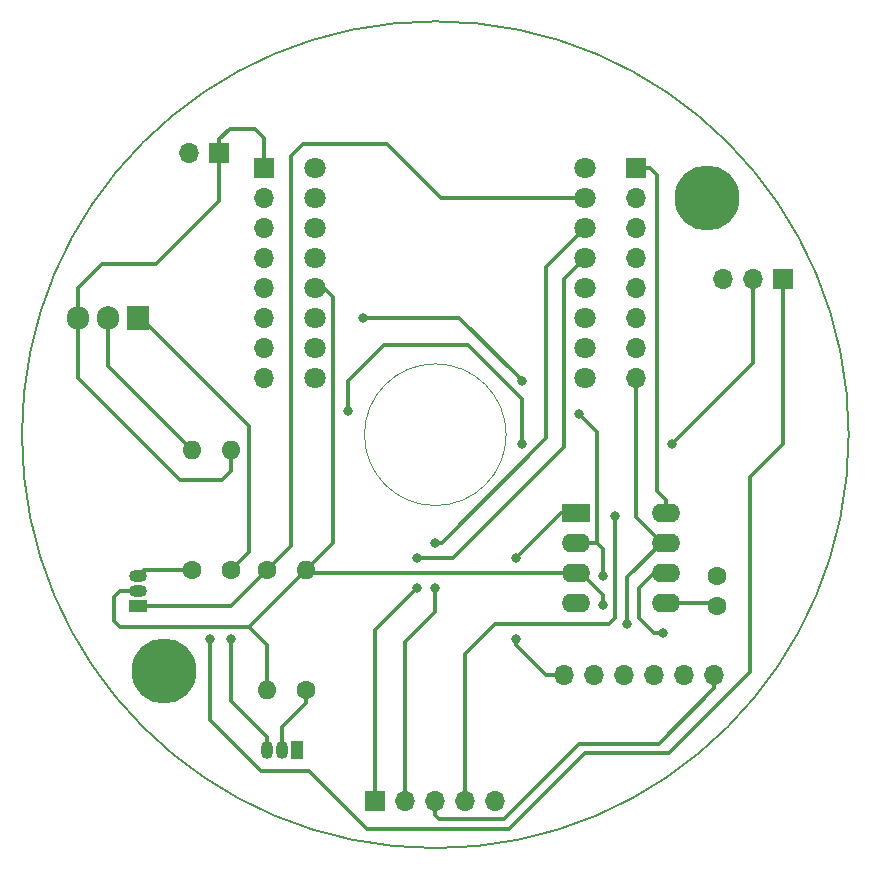
<source format=gtl>
%TF.GenerationSoftware,KiCad,Pcbnew,(5.0.1)-3*%
%TF.CreationDate,2019-01-30T15:27:52+01:00*%
%TF.ProjectId,CastVolumeKnob,43617374566F6C756D654B6E6F622E6B,rev?*%
%TF.SameCoordinates,PX853a720PY5faea10*%
%TF.FileFunction,Copper,L1,Top,Signal*%
%TF.FilePolarity,Positive*%
%FSLAX46Y46*%
G04 Gerber Fmt 4.6, Leading zero omitted, Abs format (unit mm)*
G04 Created by KiCad (PCBNEW (5.0.1)-3) date 30/01/2019 15:27:52*
%MOMM*%
%LPD*%
G01*
G04 APERTURE LIST*
%ADD10C,0.100000*%
%ADD11C,0.200000*%
%ADD12R,1.700000X1.700000*%
%ADD13O,1.700000X1.700000*%
%ADD14R,1.500000X1.050000*%
%ADD15O,1.500000X1.050000*%
%ADD16O,1.600000X1.600000*%
%ADD17C,1.600000*%
%ADD18C,1.800000*%
%ADD19O,1.050000X1.500000*%
%ADD20R,1.050000X1.500000*%
%ADD21C,5.500000*%
%ADD22R,2.400000X1.600000*%
%ADD23O,2.400000X1.600000*%
%ADD24R,1.905000X2.000000*%
%ADD25O,1.905000X2.000000*%
%ADD26C,0.800000*%
%ADD27C,0.300000*%
G04 APERTURE END LIST*
D10*
X6000000Y0D02*
G75*
G03X6000000Y0I-6000000J0D01*
G01*
D11*
X35000000Y0D02*
G75*
G03X35000000Y0I-35000000J0D01*
G01*
D12*
X-18288000Y23876000D03*
D13*
X-20828000Y23876000D03*
D14*
X-25146000Y-14478000D03*
D15*
X-25146000Y-11938000D03*
X-25146000Y-13208000D03*
D16*
X-14224000Y-21590000D03*
D17*
X-14224000Y-11430000D03*
D12*
X-5080000Y-30988000D03*
D13*
X-2540000Y-30988000D03*
X0Y-30988000D03*
X2540000Y-30988000D03*
X5080000Y-30988000D03*
D12*
X29464000Y13208000D03*
D13*
X26924000Y13208000D03*
X24384000Y13208000D03*
X-14478000Y4826000D03*
X-14478000Y7366000D03*
X-14478000Y9906000D03*
X-14478000Y12446000D03*
X-14478000Y14986000D03*
X-14478000Y17526000D03*
X-14478000Y20066000D03*
D12*
X-14478000Y22606000D03*
D18*
X12700000Y22606000D03*
X-10160000Y22606000D03*
X12700000Y20066000D03*
X-10160000Y20066000D03*
X12700000Y17526000D03*
X-10160000Y17526000D03*
X12700000Y14986000D03*
X-10160000Y14986000D03*
X12700000Y12446000D03*
X-10160000Y12446000D03*
X12700000Y9906000D03*
X-10160000Y9906000D03*
X12700000Y7366000D03*
X-10160000Y7366000D03*
X12700000Y4826000D03*
X-10160000Y4826000D03*
D19*
X-12954000Y-26670000D03*
X-14224000Y-26670000D03*
D20*
X-11684000Y-26670000D03*
D21*
X-23000000Y-20000000D03*
D17*
X23876000Y-14478000D03*
X23876000Y-11978000D03*
D12*
X17018000Y22606000D03*
D13*
X17018000Y20066000D03*
X17018000Y17526000D03*
X17018000Y14986000D03*
X17018000Y12446000D03*
X17018000Y9906000D03*
X17018000Y7366000D03*
X17018000Y4826000D03*
X23622000Y-20320000D03*
X21082000Y-20320000D03*
X18542000Y-20320000D03*
X16002000Y-20320000D03*
X13462000Y-20320000D03*
X10922000Y-20320000D03*
D17*
X-10922000Y-21590000D03*
D16*
X-10922000Y-11430000D03*
D17*
X-20574000Y-11430000D03*
D16*
X-20574000Y-1270000D03*
X-17272000Y-1270000D03*
D17*
X-17272000Y-11430000D03*
D22*
X11938000Y-6604000D03*
D23*
X19558000Y-14224000D03*
X11938000Y-9144000D03*
X19558000Y-11684000D03*
X11938000Y-11684000D03*
X19558000Y-9144000D03*
X11938000Y-14224000D03*
X19558000Y-6604000D03*
D21*
X23000000Y20000000D03*
D24*
X-25146000Y9906000D03*
D25*
X-27686000Y9906000D03*
X-30226000Y9906000D03*
D26*
X-6096000Y9906000D03*
X12191999Y1766011D03*
X14224003Y-11938003D03*
X7366000Y4572000D03*
X14224020Y-14420295D03*
X-19050000Y-17272000D03*
X20066000Y-762000D03*
X7366000Y-762000D03*
X-7366000Y2032000D03*
X15239996Y-6858000D03*
X0Y-9143982D03*
X0Y-12954000D03*
X-1524000Y-10413994D03*
X-1524000Y-12954000D03*
X16256000Y-16002000D03*
X19304000Y-16764000D03*
X6857999Y-10413997D03*
X6858000Y-17272000D03*
X-17272000Y-17272000D03*
D27*
X23622000Y-14224000D02*
X23876000Y-14478000D01*
X19558000Y-14224000D02*
X23622000Y-14224000D01*
X23622000Y-21470000D02*
X23622000Y-20320000D01*
X0Y-32190081D02*
X321919Y-32512000D01*
X321919Y-32512000D02*
X5842000Y-32512000D01*
X5842000Y-32512000D02*
X12192000Y-26162000D01*
X0Y-30988000D02*
X0Y-32190081D01*
X12192000Y-26162000D02*
X18930000Y-26162000D01*
X18930000Y-26162000D02*
X23622000Y-21470000D01*
X-18288000Y25026000D02*
X-18288000Y23876000D01*
X-17406000Y25908000D02*
X-18288000Y25026000D01*
X-15240000Y25908000D02*
X-17406000Y25908000D01*
X-14478000Y25146000D02*
X-15240000Y25908000D01*
X-14478000Y22606000D02*
X-14478000Y25146000D01*
X-18288000Y19812000D02*
X-18288000Y23876000D01*
X-23622000Y14478000D02*
X-18288000Y19812000D01*
X-28194000Y14478000D02*
X-23622000Y14478000D01*
X-30226000Y9906000D02*
X-30226000Y12446000D01*
X-30226000Y12446000D02*
X-28194000Y14478000D01*
X-30226000Y4826000D02*
X-30226000Y9906000D01*
X-21590000Y-3810000D02*
X-30226000Y4826000D01*
X-18034000Y-3810000D02*
X-21590000Y-3810000D01*
X-17272000Y-1270000D02*
X-17272000Y-3048000D01*
X-17272000Y-3048000D02*
X-18034000Y-3810000D01*
X12591998Y1366012D02*
X12191999Y1766011D01*
X13716000Y242010D02*
X12591998Y1366012D01*
X13716000Y-9144000D02*
X13716000Y242010D01*
X11938000Y-9144000D02*
X13716000Y-9144000D01*
X14224000Y-9652000D02*
X14224000Y-11938000D01*
X13716000Y-9144000D02*
X14224000Y-9652000D01*
X14224000Y-11938000D02*
X14224003Y-11938003D01*
X6966001Y4971999D02*
X7366000Y4572000D01*
X2032000Y9906000D02*
X6966001Y4971999D01*
X-6096000Y9906000D02*
X2032000Y9906000D01*
X11938000Y-11684000D02*
X12338000Y-11684000D01*
X14224020Y-13854610D02*
X14224020Y-14420295D01*
X12338000Y-11684000D02*
X14224020Y-13570020D01*
X14224020Y-13570020D02*
X14224020Y-13854610D01*
X-10668000Y-11684000D02*
X-10922000Y-11430000D01*
X11938000Y-11684000D02*
X-10668000Y-11684000D01*
X-8636000Y-9144000D02*
X-10922000Y-11430000D01*
X-8636000Y11684000D02*
X-8636000Y-9144000D01*
X-10160000Y12446000D02*
X-9398000Y12446000D01*
X-9398000Y12446000D02*
X-8636000Y11684000D01*
X-26670000Y-13208000D02*
X-25146000Y-13208000D01*
X-14224000Y-17780000D02*
X-15748000Y-16256000D01*
X-14224000Y-21590000D02*
X-14224000Y-17780000D01*
X-15748000Y-16256000D02*
X-26670000Y-16256000D01*
X-26670000Y-16256000D02*
X-27178000Y-15748000D01*
X-27178000Y-15748000D02*
X-27178000Y-13716000D01*
X-27178000Y-13716000D02*
X-26670000Y-13208000D01*
X-11721999Y-12229999D02*
X-15748000Y-16256000D01*
X-10922000Y-11430000D02*
X-11721999Y-12229999D01*
X-24638000Y-11430000D02*
X-25146000Y-11938000D01*
X-20574000Y-11430000D02*
X-24638000Y-11430000D01*
X29464000Y-762000D02*
X29464000Y13208000D01*
X26670000Y-3556000D02*
X29464000Y-762000D01*
X26670000Y-20066000D02*
X26670000Y-3556000D01*
X12700000Y-26924000D02*
X19812000Y-26924000D01*
X-19050000Y-24130000D02*
X-14732000Y-28448000D01*
X-19050000Y-17272000D02*
X-19050000Y-24130000D01*
X19812000Y-26924000D02*
X26670000Y-20066000D01*
X-14732000Y-28448000D02*
X-10668000Y-28448000D01*
X-10668000Y-28448000D02*
X-5773813Y-33342187D01*
X-5773813Y-33342187D02*
X6281813Y-33342187D01*
X6281813Y-33342187D02*
X12700000Y-26924000D01*
X-27686000Y9906000D02*
X-27686000Y9144000D01*
X26924000Y13208000D02*
X26924000Y6096000D01*
X26924000Y6096000D02*
X20066000Y-762000D01*
X-7366000Y3048000D02*
X-7366000Y2032000D01*
X-7366000Y4572000D02*
X-7366000Y3048000D01*
X-4318000Y7620000D02*
X-7366000Y4572000D01*
X2794000Y7620000D02*
X-4318000Y7620000D01*
X7366000Y-762000D02*
X7366000Y3048000D01*
X7366000Y3048000D02*
X2794000Y7620000D01*
X-27686000Y5842000D02*
X-20574000Y-1270000D01*
X-27686000Y9906000D02*
X-27686000Y5842000D01*
X19558000Y-5504000D02*
X18796000Y-4742000D01*
X19558000Y-6604000D02*
X19558000Y-5504000D01*
X18168000Y22606000D02*
X17018000Y22606000D01*
X18796000Y21978000D02*
X18168000Y22606000D01*
X18796000Y-4742000D02*
X18796000Y21978000D01*
X15239996Y-7423685D02*
X15239996Y-6858000D01*
X15239996Y-15494004D02*
X15239996Y-7423685D01*
X14720002Y-16013998D02*
X15239996Y-15494004D01*
X5068002Y-16013998D02*
X14720002Y-16013998D01*
X2540000Y-30988000D02*
X2540000Y-18542000D01*
X2540000Y-18542000D02*
X5068002Y-16013998D01*
X-13424001Y-10630001D02*
X-14224000Y-11430000D01*
X508000Y20066000D02*
X-4064000Y24638000D01*
X12700000Y20066000D02*
X508000Y20066000D01*
X-4064000Y24638000D02*
X-11176000Y24638000D01*
X-11176000Y24638000D02*
X-12192000Y23622000D01*
X-12192000Y23622000D02*
X-12192000Y-9398000D01*
X-12192000Y-9398000D02*
X-13424001Y-10630001D01*
X-17272000Y-14478000D02*
X-14224000Y-11430000D01*
X-25146000Y-14478000D02*
X-17272000Y-14478000D01*
X12700000Y17526000D02*
X9398000Y14224000D01*
X9398000Y14224000D02*
X9398000Y-311667D01*
X565685Y-9143982D02*
X0Y-9143982D01*
X9398000Y-311667D02*
X565685Y-9143982D01*
X0Y-14986000D02*
X0Y-12954000D01*
X-2540000Y-30988000D02*
X-2540000Y-17526000D01*
X-2540000Y-17526000D02*
X0Y-14986000D01*
X12700000Y14986000D02*
X10922000Y13208000D01*
X10922000Y13208000D02*
X10922000Y-1016000D01*
X10922000Y-1016000D02*
X1524006Y-10413994D01*
X-958315Y-10413994D02*
X-1524000Y-10413994D01*
X1524006Y-10413994D02*
X-958315Y-10413994D01*
X-5080000Y-16510000D02*
X-1524000Y-12954000D01*
X-5080000Y-30988000D02*
X-5080000Y-16510000D01*
X17018000Y-7004000D02*
X19158000Y-9144000D01*
X17018000Y4826000D02*
X17018000Y-7004000D01*
X19158000Y-9144000D02*
X19558000Y-9144000D01*
X16256000Y-15436315D02*
X16256000Y-16002000D01*
X19158000Y-9144000D02*
X16256000Y-12046000D01*
X16256000Y-12046000D02*
X16256000Y-15436315D01*
X18542000Y-16764000D02*
X19304000Y-16764000D01*
X17272000Y-15494000D02*
X18542000Y-16764000D01*
X17272000Y-12954000D02*
X17272000Y-15494000D01*
X19558000Y-11684000D02*
X18542000Y-11684000D01*
X18542000Y-11684000D02*
X17272000Y-12954000D01*
X10667996Y-6604000D02*
X11938000Y-6604000D01*
X6857999Y-10413997D02*
X10667996Y-6604000D01*
X9719919Y-20320000D02*
X10922000Y-20320000D01*
X9340315Y-20320000D02*
X9719919Y-20320000D01*
X6858000Y-17837685D02*
X9340315Y-20320000D01*
X6858000Y-17272000D02*
X6858000Y-17837685D01*
X-12954000Y-25620000D02*
X-12954000Y-26670000D01*
X-12954000Y-24753370D02*
X-12954000Y-25620000D01*
X-10922000Y-22721370D02*
X-12954000Y-24753370D01*
X-10922000Y-21590000D02*
X-10922000Y-22721370D01*
X-17272000Y-20244002D02*
X-17272000Y-17272000D01*
X-17272000Y-22572000D02*
X-17272000Y-20244002D01*
X-14224000Y-26670000D02*
X-14224000Y-25620000D01*
X-14224000Y-25620000D02*
X-17272000Y-22572000D01*
X-15748000Y-9906000D02*
X-17272000Y-11430000D01*
X-15748000Y762000D02*
X-15748000Y-9906000D01*
X-25146000Y9906000D02*
X-24892000Y9906000D01*
X-24892000Y9906000D02*
X-15748000Y762000D01*
M02*

</source>
